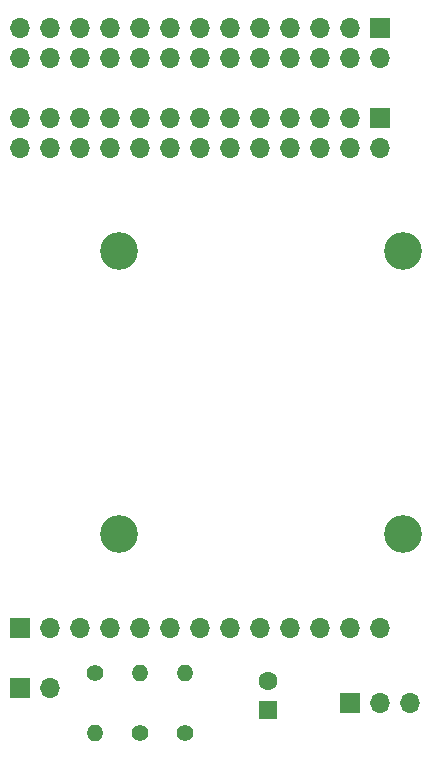
<source format=gbs>
G04 #@! TF.FileFunction,Soldermask,Bot*
%FSLAX46Y46*%
G04 Gerber Fmt 4.6, Leading zero omitted, Abs format (unit mm)*
G04 Created by KiCad (PCBNEW 4.0.1-stable) date 2017/08/26 19:12:35*
%MOMM*%
G01*
G04 APERTURE LIST*
%ADD10C,0.100000*%
%ADD11R,1.600000X1.600000*%
%ADD12C,1.600000*%
%ADD13R,1.700000X1.700000*%
%ADD14O,1.700000X1.700000*%
%ADD15C,1.400000*%
%ADD16O,1.400000X1.400000*%
%ADD17C,3.200000*%
G04 APERTURE END LIST*
D10*
D11*
X139573000Y-128270000D03*
D12*
X139573000Y-125770000D03*
D13*
X118618000Y-121285000D03*
D14*
X121158000Y-121285000D03*
X123698000Y-121285000D03*
X126238000Y-121285000D03*
X128778000Y-121285000D03*
X131318000Y-121285000D03*
X133858000Y-121285000D03*
X136398000Y-121285000D03*
X138938000Y-121285000D03*
X141478000Y-121285000D03*
X144018000Y-121285000D03*
X146558000Y-121285000D03*
X149098000Y-121285000D03*
D13*
X149098000Y-70485000D03*
D14*
X149098000Y-73025000D03*
X146558000Y-70485000D03*
X146558000Y-73025000D03*
X144018000Y-70485000D03*
X144018000Y-73025000D03*
X141478000Y-70485000D03*
X141478000Y-73025000D03*
X138938000Y-70485000D03*
X138938000Y-73025000D03*
X136398000Y-70485000D03*
X136398000Y-73025000D03*
X133858000Y-70485000D03*
X133858000Y-73025000D03*
X131318000Y-70485000D03*
X131318000Y-73025000D03*
X128778000Y-70485000D03*
X128778000Y-73025000D03*
X126238000Y-70485000D03*
X126238000Y-73025000D03*
X123698000Y-70485000D03*
X123698000Y-73025000D03*
X121158000Y-70485000D03*
X121158000Y-73025000D03*
X118618000Y-70485000D03*
X118618000Y-73025000D03*
D13*
X146558000Y-127635000D03*
D14*
X149098000Y-127635000D03*
X151638000Y-127635000D03*
D13*
X149098000Y-78105000D03*
D14*
X149098000Y-80645000D03*
X146558000Y-78105000D03*
X146558000Y-80645000D03*
X144018000Y-78105000D03*
X144018000Y-80645000D03*
X141478000Y-78105000D03*
X141478000Y-80645000D03*
X138938000Y-78105000D03*
X138938000Y-80645000D03*
X136398000Y-78105000D03*
X136398000Y-80645000D03*
X133858000Y-78105000D03*
X133858000Y-80645000D03*
X131318000Y-78105000D03*
X131318000Y-80645000D03*
X128778000Y-78105000D03*
X128778000Y-80645000D03*
X126238000Y-78105000D03*
X126238000Y-80645000D03*
X123698000Y-78105000D03*
X123698000Y-80645000D03*
X121158000Y-78105000D03*
X121158000Y-80645000D03*
X118618000Y-78105000D03*
X118618000Y-80645000D03*
D15*
X124968000Y-125095000D03*
D16*
X124968000Y-130175000D03*
D15*
X128778000Y-130175000D03*
D16*
X128778000Y-125095000D03*
D15*
X132588000Y-130175000D03*
D16*
X132588000Y-125095000D03*
D13*
X118618000Y-126365000D03*
D14*
X121158000Y-126365000D03*
D17*
X150998000Y-89365000D03*
X126998000Y-89365000D03*
X126998000Y-113365000D03*
X150998000Y-113365000D03*
M02*

</source>
